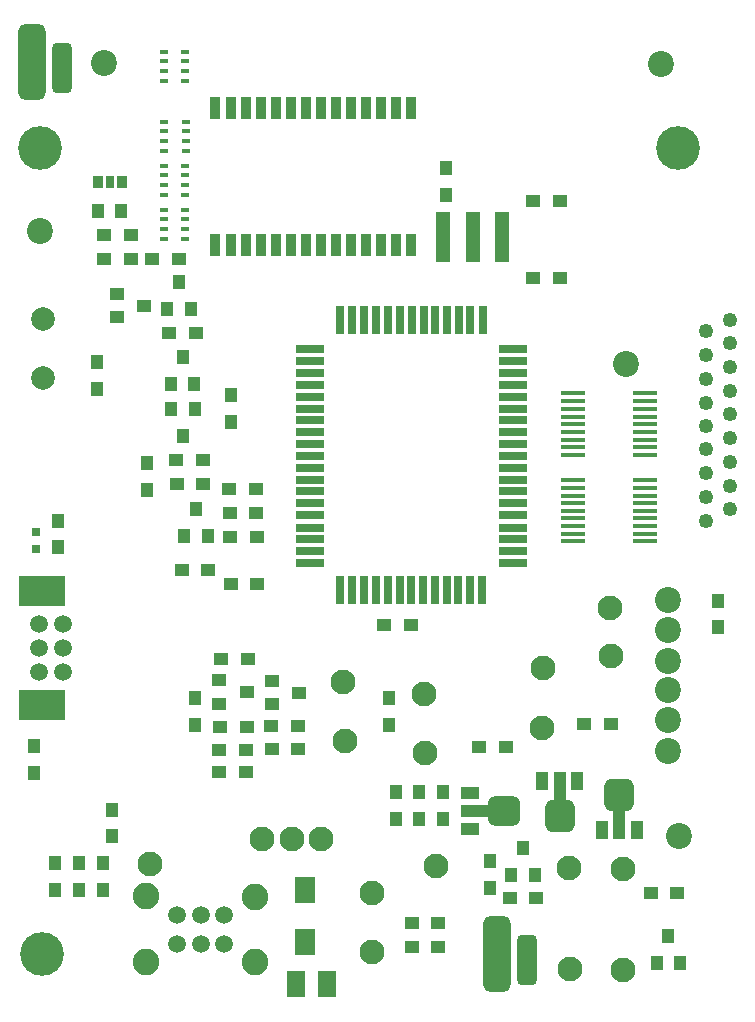
<source format=gbr>
%TF.GenerationSoftware,KiCad,Pcbnew,(6.0.2)*%
%TF.CreationDate,2022-09-23T13:38:23-05:00*%
%TF.ProjectId,IF-GBP-02,49462d47-4250-42d3-9032-2e6b69636164,rev?*%
%TF.SameCoordinates,Original*%
%TF.FileFunction,Soldermask,Top*%
%TF.FilePolarity,Negative*%
%FSLAX46Y46*%
G04 Gerber Fmt 4.6, Leading zero omitted, Abs format (unit mm)*
G04 Created by KiCad (PCBNEW (6.0.2)) date 2022-09-23 13:38:23*
%MOMM*%
%LPD*%
G01*
G04 APERTURE LIST*
G04 Aperture macros list*
%AMRoundRect*
0 Rectangle with rounded corners*
0 $1 Rounding radius*
0 $2 $3 $4 $5 $6 $7 $8 $9 X,Y pos of 4 corners*
0 Add a 4 corners polygon primitive as box body*
4,1,4,$2,$3,$4,$5,$6,$7,$8,$9,$2,$3,0*
0 Add four circle primitives for the rounded corners*
1,1,$1+$1,$2,$3*
1,1,$1+$1,$4,$5*
1,1,$1+$1,$6,$7*
1,1,$1+$1,$8,$9*
0 Add four rect primitives between the rounded corners*
20,1,$1+$1,$2,$3,$4,$5,0*
20,1,$1+$1,$4,$5,$6,$7,0*
20,1,$1+$1,$6,$7,$8,$9,0*
20,1,$1+$1,$8,$9,$2,$3,0*%
G04 Aperture macros list end*
%ADD10R,1.000000X1.500000*%
%ADD11RoundRect,0.625000X0.625000X0.765000X-0.625000X0.765000X-0.625000X-0.765000X0.625000X-0.765000X0*%
%ADD12R,1.000000X2.500000*%
%ADD13RoundRect,0.575000X-0.575000X-2.650000X0.575000X-2.650000X0.575000X2.650000X-0.575000X2.650000X0*%
%ADD14RoundRect,0.425000X-0.425000X-1.700000X0.425000X-1.700000X0.425000X1.700000X-0.425000X1.700000X0*%
%ADD15R,0.800000X0.400000*%
%ADD16R,1.230000X1.000000*%
%ADD17R,1.250000X4.200000*%
%ADD18R,1.000000X1.230000*%
%ADD19R,2.000000X0.400000*%
%ADD20R,1.500000X1.000000*%
%ADD21R,2.500000X1.000000*%
%ADD22RoundRect,0.625000X-0.765000X0.625000X-0.765000X-0.625000X0.765000X-0.625000X0.765000X0.625000X0*%
%ADD23R,0.870000X1.900000*%
%ADD24R,2.450000X0.750000*%
%ADD25R,0.750000X2.450000*%
%ADD26R,1.750000X2.250000*%
%ADD27R,1.500000X2.250000*%
%ADD28RoundRect,0.625000X-0.625000X-0.765000X0.625000X-0.765000X0.625000X0.765000X-0.625000X0.765000X0*%
%ADD29R,0.850000X1.000000*%
%ADD30R,0.650000X1.000000*%
%ADD31R,0.750000X0.750000*%
%ADD32C,3.700000*%
%ADD33C,2.200000*%
%ADD34C,2.100000*%
%ADD35C,1.500000*%
%ADD36C,2.250000*%
%ADD37C,2.000000*%
%ADD38C,1.250000*%
%ADD39R,4.000000X2.500000*%
G04 APERTURE END LIST*
D10*
%TO.C,Q6*%
X169291000Y-124154000D03*
D11*
X167821000Y-127064000D03*
D12*
X167818000Y-124648000D03*
D10*
X166303000Y-124159000D03*
%TD*%
D13*
%TO.C,J2*%
X162465000Y-138803000D03*
D14*
X165044000Y-139319000D03*
X125670000Y-63755000D03*
D13*
X123097000Y-63240000D03*
%TD*%
D15*
%TO.C,NR3*%
X136107000Y-70774000D03*
X136105000Y-69940000D03*
X136109000Y-69106000D03*
X136107000Y-68353000D03*
X134319000Y-68350000D03*
X134320000Y-69107000D03*
X134319000Y-69939000D03*
X134319000Y-70772000D03*
%TD*%
D16*
%TO.C,R8*%
X139108000Y-113753000D03*
X141370000Y-113753000D03*
%TD*%
D17*
%TO.C,X1*%
X157885000Y-78082000D03*
X160426000Y-78071000D03*
X162928000Y-78080000D03*
%TD*%
D16*
%TO.C,R14*%
X135335000Y-96963000D03*
X137597000Y-96963000D03*
%TD*%
%TO.C,C16*%
X165512000Y-75021000D03*
X167774000Y-75021000D03*
%TD*%
D18*
%TO.C,R17*%
X139946000Y-91483000D03*
X139946000Y-93745000D03*
%TD*%
D15*
%TO.C,NR1*%
X136066000Y-78198000D03*
X136064000Y-77364000D03*
X136068000Y-76530000D03*
X136066000Y-75777000D03*
X134278000Y-75774000D03*
X134279000Y-76531000D03*
X134278000Y-77363000D03*
X134278000Y-78196000D03*
%TD*%
D16*
%TO.C,R24*%
X175497000Y-133601000D03*
X177759000Y-133601000D03*
%TD*%
D18*
%TO.C,C5*%
X153300000Y-119382000D03*
X153300000Y-117120000D03*
%TD*%
D16*
%TO.C,R10*%
X160944000Y-121260000D03*
X163206000Y-121260000D03*
%TD*%
D19*
%TO.C,IC5*%
X168881000Y-91296000D03*
X168881000Y-91973000D03*
X168881000Y-92647000D03*
X168880000Y-93283000D03*
X168880000Y-93914000D03*
X168887000Y-94550000D03*
X168883000Y-95223000D03*
X168880000Y-95863000D03*
X168882000Y-96496000D03*
X175035000Y-96495000D03*
X175035000Y-95858000D03*
X175035000Y-95225000D03*
X175037000Y-94550000D03*
X175036000Y-93918000D03*
X175035000Y-93280000D03*
X175035000Y-92645000D03*
X175033000Y-91973000D03*
X175035000Y-91295000D03*
%TD*%
D18*
%TO.C,R13*%
X125352000Y-102090000D03*
X125352000Y-104352000D03*
%TD*%
%TO.C,R9*%
X157901000Y-127313000D03*
X157901000Y-125051000D03*
%TD*%
%TO.C,C19*%
X181232000Y-108859000D03*
X181232000Y-111121000D03*
%TD*%
D16*
%TO.C,R3*%
X139008000Y-119514000D03*
X141270000Y-119514000D03*
%TD*%
D18*
%TO.C,R6*%
X123278000Y-121197000D03*
X123278000Y-123459000D03*
%TD*%
D16*
%TO.C,D3*%
X165554000Y-81529500D03*
X167776000Y-81530500D03*
%TD*%
%TO.C,R5*%
X143383000Y-119430000D03*
X145645000Y-119430000D03*
%TD*%
D20*
%TO.C,IC1*%
X160183000Y-125180000D03*
D21*
X160677000Y-126653000D03*
D22*
X163093000Y-126650000D03*
D20*
X160188000Y-128168000D03*
%TD*%
D16*
%TO.C,C14*%
X169838000Y-119311000D03*
X172100000Y-119311000D03*
%TD*%
%TO.C,R32*%
X135788000Y-106298000D03*
X138050000Y-106298000D03*
%TD*%
%TO.C,Q3*%
X138968000Y-115583000D03*
X138968000Y-117567000D03*
X141271000Y-116574000D03*
%TD*%
%TO.C,C17*%
X152933000Y-110939000D03*
X155195000Y-110939000D03*
%TD*%
%TO.C,R30*%
X139859000Y-103443000D03*
X142121000Y-103443000D03*
%TD*%
%TO.C,R34*%
X163549000Y-134063000D03*
X165811000Y-134063000D03*
%TD*%
D18*
%TO.C,R26*%
X129079000Y-131100000D03*
X129079000Y-133362000D03*
%TD*%
D23*
%TO.C,IC3*%
X138625000Y-78745000D03*
X139933000Y-78745000D03*
X141206000Y-78745000D03*
X142475000Y-78743000D03*
X143744000Y-78745000D03*
X145015000Y-78745000D03*
X146286000Y-78745000D03*
X147595000Y-78745000D03*
X148823000Y-78744000D03*
X150096000Y-78747000D03*
X151367000Y-78742000D03*
X152636000Y-78744000D03*
X153908000Y-78745000D03*
X155175000Y-78743000D03*
X155177000Y-67157000D03*
X153904000Y-67154000D03*
X152634000Y-67156000D03*
X151366000Y-67155000D03*
X150095000Y-67152000D03*
X148825000Y-67156000D03*
X147596000Y-67155000D03*
X146285000Y-67151000D03*
X145016000Y-67155000D03*
X143745000Y-67156000D03*
X142475000Y-67157000D03*
X141206000Y-67156000D03*
X139936000Y-67151000D03*
X138626000Y-67155000D03*
%TD*%
D16*
%TO.C,C12*%
X139854000Y-101447000D03*
X142116000Y-101447000D03*
%TD*%
D18*
%TO.C,R7*%
X136896000Y-119340000D03*
X136896000Y-117078000D03*
%TD*%
D16*
%TO.C,Q4*%
X130288000Y-82887000D03*
X130288000Y-84871000D03*
X132591000Y-83878000D03*
%TD*%
%TO.C,R36*%
X155249000Y-138195000D03*
X157511000Y-138195000D03*
%TD*%
D18*
%TO.C,Q9*%
X175984000Y-139555000D03*
X177968000Y-139555000D03*
X176975000Y-137252000D03*
%TD*%
%TO.C,Q14*%
X136869000Y-92625500D03*
X134885000Y-92625500D03*
X135878000Y-94928500D03*
%TD*%
%TO.C,C4*%
X153908000Y-127313000D03*
X153908000Y-125051000D03*
%TD*%
%TO.C,Q8*%
X163690000Y-132082000D03*
X165674000Y-132082000D03*
X164681000Y-129779000D03*
%TD*%
D24*
%TO.C,IC2*%
X163803000Y-105644000D03*
X163807000Y-104652000D03*
X163806000Y-103654000D03*
X163806000Y-102665000D03*
X163805000Y-101639000D03*
X163805000Y-100601000D03*
X163801000Y-99607000D03*
X163807000Y-98617000D03*
X163803000Y-97625000D03*
X163802000Y-96596000D03*
X163805000Y-95561000D03*
X163805000Y-94565000D03*
X163808000Y-93579000D03*
X163808000Y-92587000D03*
X163806000Y-91595000D03*
X163809000Y-90603000D03*
X163810000Y-89571000D03*
X163810000Y-88575000D03*
X163807000Y-87579000D03*
D25*
X161265000Y-85127000D03*
X160234000Y-85124000D03*
X159242000Y-85129000D03*
X158250000Y-85129000D03*
X157258000Y-85128000D03*
X156266000Y-85124000D03*
X155271000Y-85128000D03*
X154282000Y-85125000D03*
X153247000Y-85120000D03*
X152255000Y-85124000D03*
X151227000Y-85125000D03*
X150235000Y-85129000D03*
X149204000Y-85130000D03*
D24*
X146670000Y-87585000D03*
X146663000Y-88578000D03*
X146663000Y-89568000D03*
X146668000Y-90602000D03*
X146668000Y-91595000D03*
X146665000Y-92587000D03*
X146669000Y-93579000D03*
X146670000Y-94568000D03*
X146670000Y-95564000D03*
X146668000Y-96595000D03*
X146665000Y-97623000D03*
X146669000Y-98615000D03*
X146672000Y-99611000D03*
X146674000Y-100599000D03*
X146671000Y-101638000D03*
X146672000Y-102663000D03*
X146673000Y-103653000D03*
X146673000Y-104645000D03*
X146672000Y-105643000D03*
D25*
X149163000Y-107985000D03*
X150194000Y-107985000D03*
X151185000Y-107984000D03*
X152216000Y-107981000D03*
X153212000Y-107984000D03*
X154241000Y-107984000D03*
X155235000Y-107984000D03*
X156224000Y-107988000D03*
X157221000Y-107983000D03*
X158213000Y-107983000D03*
X159205000Y-107983000D03*
X160193000Y-107980000D03*
X161229000Y-107983000D03*
%TD*%
D18*
%TO.C,R11*%
X129864000Y-126554000D03*
X129864000Y-128816000D03*
%TD*%
D16*
%TO.C,R21*%
X129243000Y-77917000D03*
X131505000Y-77917000D03*
%TD*%
%TO.C,R4*%
X143392000Y-121416000D03*
X145654000Y-121416000D03*
%TD*%
D18*
%TO.C,Q5*%
X134560000Y-84182500D03*
X136544000Y-84182500D03*
X135551000Y-81879500D03*
%TD*%
%TO.C,R12*%
X155904000Y-127313000D03*
X155904000Y-125051000D03*
%TD*%
D16*
%TO.C,R29*%
X139795000Y-99391000D03*
X142057000Y-99391000D03*
%TD*%
%TO.C,C18*%
X129233000Y-79942000D03*
X131495000Y-79942000D03*
%TD*%
D18*
%TO.C,C20*%
X125070000Y-131100000D03*
X125070000Y-133362000D03*
%TD*%
D16*
%TO.C,Q2*%
X143398000Y-115657000D03*
X143398000Y-117641000D03*
X145701000Y-116648000D03*
%TD*%
%TO.C,R1*%
X138964000Y-123397000D03*
X141226000Y-123397000D03*
%TD*%
%TO.C,R16*%
X134740000Y-86171000D03*
X137002000Y-86171000D03*
%TD*%
D26*
%TO.C,D1*%
X146182000Y-137769000D03*
X146186000Y-133355000D03*
%TD*%
D16*
%TO.C,R33*%
X155248000Y-136177000D03*
X157510000Y-136177000D03*
%TD*%
D19*
%TO.C,IC6*%
X168892500Y-98634500D03*
X168892500Y-99311500D03*
X168892500Y-99985500D03*
X168891500Y-100621500D03*
X168891500Y-101252500D03*
X168898500Y-101888500D03*
X168894500Y-102561500D03*
X168891500Y-103201500D03*
X168893500Y-103834500D03*
X175046500Y-103833500D03*
X175046500Y-103196500D03*
X175046500Y-102563500D03*
X175048500Y-101888500D03*
X175047500Y-101256500D03*
X175046500Y-100618500D03*
X175046500Y-99983500D03*
X175044500Y-99311500D03*
X175046500Y-98633500D03*
%TD*%
D16*
%TO.C,C6*%
X135348000Y-98955000D03*
X137610000Y-98955000D03*
%TD*%
D18*
%TO.C,R27*%
X127058000Y-131102000D03*
X127058000Y-133364000D03*
%TD*%
D15*
%TO.C,NR2*%
X136063000Y-74504000D03*
X136061000Y-73670000D03*
X136065000Y-72836000D03*
X136063000Y-72083000D03*
X134275000Y-72080000D03*
X134276000Y-72837000D03*
X134275000Y-73669000D03*
X134275000Y-74502000D03*
%TD*%
D18*
%TO.C,C15*%
X158137000Y-72219000D03*
X158137000Y-74481000D03*
%TD*%
%TO.C,R35*%
X161861000Y-133180000D03*
X161861000Y-130918000D03*
%TD*%
D27*
%TO.C,F1*%
X145468500Y-141341000D03*
X148059500Y-141341000D03*
%TD*%
D16*
%TO.C,R2*%
X138979000Y-121494000D03*
X141241000Y-121494000D03*
%TD*%
D10*
%TO.C,Q7*%
X171363000Y-128246000D03*
D28*
X172833000Y-125336000D03*
D12*
X172836000Y-127752000D03*
D10*
X174351000Y-128241000D03*
%TD*%
D18*
%TO.C,D5*%
X132858000Y-97236000D03*
X132857000Y-99458000D03*
%TD*%
%TO.C,Q10*%
X135985000Y-103405000D03*
X137969000Y-103405000D03*
X136976000Y-101102000D03*
%TD*%
D15*
%TO.C,NR4*%
X136063000Y-64862000D03*
X136061000Y-64028000D03*
X136065000Y-63194000D03*
X136063000Y-62441000D03*
X134275000Y-62438000D03*
X134276000Y-63195000D03*
X134275000Y-64027000D03*
X134275000Y-64860000D03*
%TD*%
D16*
%TO.C,R28*%
X139921000Y-107441000D03*
X142183000Y-107441000D03*
%TD*%
D18*
%TO.C,IC7*%
X128676500Y-75892500D03*
X130663500Y-75890500D03*
D29*
X128675500Y-73426500D03*
D30*
X129706500Y-73428500D03*
D29*
X130700500Y-73428500D03*
%TD*%
D18*
%TO.C,Q11*%
X134874000Y-90495500D03*
X136858000Y-90495500D03*
X135865000Y-88192500D03*
%TD*%
D16*
%TO.C,R22*%
X133282000Y-79944000D03*
X135544000Y-79944000D03*
%TD*%
D31*
%TO.C,TH1*%
X123443000Y-103002000D03*
X123441000Y-104510000D03*
%TD*%
D18*
%TO.C,R23*%
X128639000Y-90903000D03*
X128639000Y-88641000D03*
%TD*%
D32*
%TO.C,Hole4*%
X123828000Y-70550000D03*
%TD*%
%TO.C,Hole6*%
X123950000Y-138765000D03*
%TD*%
D33*
%TO.C,Hole7*%
X177860000Y-128756000D03*
%TD*%
D34*
%TO.C,L1*%
X156339000Y-116728000D03*
X156341000Y-121772000D03*
%TD*%
D33*
%TO.C,Hole1*%
X176349000Y-63395000D03*
%TD*%
D35*
%TO.C,SW2*%
X139395000Y-135468000D03*
X137412000Y-135470000D03*
X135389000Y-135469100D03*
X139397000Y-137889000D03*
X137411000Y-137889000D03*
X135389000Y-137889000D03*
D36*
X141976000Y-133921000D03*
X141977100Y-139473000D03*
X132768000Y-139440000D03*
X132768000Y-133879000D03*
%TD*%
D33*
%TO.C,Hole8*%
X173374000Y-88840000D03*
%TD*%
D32*
%TO.C,Hole2*%
X177793000Y-70570000D03*
%TD*%
D34*
%TO.C,F2*%
X157295000Y-131299000D03*
X133094000Y-131183000D03*
%TD*%
%TO.C,C2*%
X166340000Y-114564000D03*
X166300300Y-119602400D03*
%TD*%
D33*
%TO.C,CN1*%
X176950000Y-121545000D03*
X176953000Y-118997000D03*
X176947000Y-116460000D03*
X176949000Y-113921000D03*
X176944000Y-111342000D03*
X176946000Y-108795000D03*
%TD*%
D34*
%TO.C,Q1*%
X147562000Y-128995000D03*
X145105000Y-128999000D03*
X142606000Y-129001000D03*
%TD*%
%TO.C,C3*%
X149478000Y-115776000D03*
X149641000Y-120770000D03*
%TD*%
%TO.C,SW1*%
X173175000Y-140083000D03*
X173177000Y-131552000D03*
X168688000Y-140043000D03*
X168613000Y-131513000D03*
%TD*%
D33*
%TO.C,Hole5*%
X123801000Y-77549000D03*
%TD*%
D34*
%TO.C,L2*%
X172058000Y-109511000D03*
X172103000Y-113558000D03*
%TD*%
D33*
%TO.C,Hole3*%
X129237000Y-63320000D03*
%TD*%
D37*
%TO.C,LED1*%
X124038300Y-85023300D03*
X124074000Y-90026000D03*
%TD*%
D34*
%TO.C,C1*%
X151856000Y-133578000D03*
X151897700Y-138611300D03*
%TD*%
D38*
%TO.C,CN2*%
X182178000Y-85060500D03*
X180195000Y-86052700D03*
X182177000Y-87044000D03*
X180196000Y-88038000D03*
X182183000Y-89067000D03*
X180196000Y-90104000D03*
X182179000Y-91094000D03*
X180198000Y-92084000D03*
X182179000Y-93077000D03*
X180193000Y-94071000D03*
X182180000Y-95103000D03*
X180195000Y-96054000D03*
X182178000Y-97088000D03*
X180191000Y-98079000D03*
X182178000Y-99109000D03*
X180195000Y-100106000D03*
X182176000Y-101096000D03*
X180197000Y-102129000D03*
%TD*%
D35*
%TO.C,CN3*%
X125709000Y-110864000D03*
X123688000Y-110860000D03*
X125708000Y-112887000D03*
X123680000Y-112887000D03*
X125706000Y-114869000D03*
X123685000Y-114874000D03*
D39*
X123922000Y-108030000D03*
X123922000Y-117696000D03*
%TD*%
M02*

</source>
